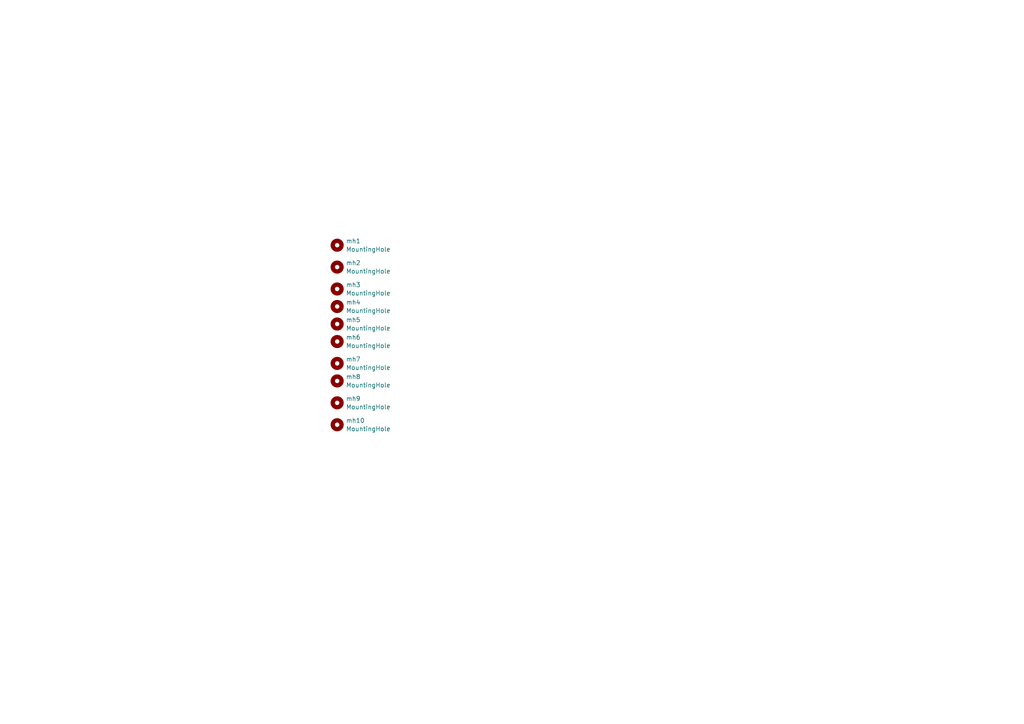
<source format=kicad_sch>
(kicad_sch
	(version 20231120)
	(generator "eeschema")
	(generator_version "8.0")
	(uuid "3d0bf811-6f02-412f-a961-a741cc805181")
	(paper "A4")
	(lib_symbols
		(symbol "Mechanical:MountingHole"
			(pin_names
				(offset 1.016)
			)
			(exclude_from_sim yes)
			(in_bom no)
			(on_board yes)
			(property "Reference" "H"
				(at 0 5.08 0)
				(effects
					(font
						(size 1.27 1.27)
					)
				)
			)
			(property "Value" "MountingHole"
				(at 0 3.175 0)
				(effects
					(font
						(size 1.27 1.27)
					)
				)
			)
			(property "Footprint" ""
				(at 0 0 0)
				(effects
					(font
						(size 1.27 1.27)
					)
					(hide yes)
				)
			)
			(property "Datasheet" "~"
				(at 0 0 0)
				(effects
					(font
						(size 1.27 1.27)
					)
					(hide yes)
				)
			)
			(property "Description" "Mounting Hole without connection"
				(at 0 0 0)
				(effects
					(font
						(size 1.27 1.27)
					)
					(hide yes)
				)
			)
			(property "ki_keywords" "mounting hole"
				(at 0 0 0)
				(effects
					(font
						(size 1.27 1.27)
					)
					(hide yes)
				)
			)
			(property "ki_fp_filters" "MountingHole*"
				(at 0 0 0)
				(effects
					(font
						(size 1.27 1.27)
					)
					(hide yes)
				)
			)
			(symbol "MountingHole_0_1"
				(circle
					(center 0 0)
					(radius 1.27)
					(stroke
						(width 1.27)
						(type default)
					)
					(fill
						(type none)
					)
				)
			)
		)
	)
	(symbol
		(lib_id "Mechanical:MountingHole")
		(at 97.79 99.06 0)
		(unit 1)
		(exclude_from_sim yes)
		(in_bom no)
		(on_board yes)
		(dnp no)
		(fields_autoplaced yes)
		(uuid "0384ac1f-737e-48f1-83ca-2d3247b1d41d")
		(property "Reference" "mh6"
			(at 100.33 97.8478 0)
			(effects
				(font
					(size 1.27 1.27)
				)
				(justify left)
			)
		)
		(property "Value" "MountingHole"
			(at 100.33 100.2721 0)
			(effects
				(font
					(size 1.27 1.27)
				)
				(justify left)
			)
		)
		(property "Footprint" "Library:PlasticInsert"
			(at 97.79 99.06 0)
			(effects
				(font
					(size 1.27 1.27)
				)
				(hide yes)
			)
		)
		(property "Datasheet" "~"
			(at 97.79 99.06 0)
			(effects
				(font
					(size 1.27 1.27)
				)
				(hide yes)
			)
		)
		(property "Description" "Mounting Hole without connection"
			(at 97.79 99.06 0)
			(effects
				(font
					(size 1.27 1.27)
				)
				(hide yes)
			)
		)
		(instances
			(project "ButtomIndicator"
				(path "/3d0bf811-6f02-412f-a961-a741cc805181"
					(reference "mh6")
					(unit 1)
				)
			)
		)
	)
	(symbol
		(lib_id "Mechanical:MountingHole")
		(at 97.79 71.12 0)
		(unit 1)
		(exclude_from_sim yes)
		(in_bom no)
		(on_board yes)
		(dnp no)
		(fields_autoplaced yes)
		(uuid "4f89fb1a-f9ef-4b8f-9cf0-33f4d665e424")
		(property "Reference" "mh1"
			(at 100.33 69.9078 0)
			(effects
				(font
					(size 1.27 1.27)
				)
				(justify left)
			)
		)
		(property "Value" "MountingHole"
			(at 100.33 72.3321 0)
			(effects
				(font
					(size 1.27 1.27)
				)
				(justify left)
			)
		)
		(property "Footprint" "Library:PlasticInsert"
			(at 97.79 71.12 0)
			(effects
				(font
					(size 1.27 1.27)
				)
				(hide yes)
			)
		)
		(property "Datasheet" "~"
			(at 97.79 71.12 0)
			(effects
				(font
					(size 1.27 1.27)
				)
				(hide yes)
			)
		)
		(property "Description" "Mounting Hole without connection"
			(at 97.79 71.12 0)
			(effects
				(font
					(size 1.27 1.27)
				)
				(hide yes)
			)
		)
		(instances
			(project ""
				(path "/3d0bf811-6f02-412f-a961-a741cc805181"
					(reference "mh1")
					(unit 1)
				)
			)
		)
	)
	(symbol
		(lib_id "Mechanical:MountingHole")
		(at 97.79 88.9 0)
		(unit 1)
		(exclude_from_sim yes)
		(in_bom no)
		(on_board yes)
		(dnp no)
		(fields_autoplaced yes)
		(uuid "7c644106-92aa-4c9b-a2f7-9e6821e64f78")
		(property "Reference" "mh4"
			(at 100.33 87.6878 0)
			(effects
				(font
					(size 1.27 1.27)
				)
				(justify left)
			)
		)
		(property "Value" "MountingHole"
			(at 100.33 90.1121 0)
			(effects
				(font
					(size 1.27 1.27)
				)
				(justify left)
			)
		)
		(property "Footprint" "Library:PlasticInsert"
			(at 97.79 88.9 0)
			(effects
				(font
					(size 1.27 1.27)
				)
				(hide yes)
			)
		)
		(property "Datasheet" "~"
			(at 97.79 88.9 0)
			(effects
				(font
					(size 1.27 1.27)
				)
				(hide yes)
			)
		)
		(property "Description" "Mounting Hole without connection"
			(at 97.79 88.9 0)
			(effects
				(font
					(size 1.27 1.27)
				)
				(hide yes)
			)
		)
		(instances
			(project "ButtomIndicator"
				(path "/3d0bf811-6f02-412f-a961-a741cc805181"
					(reference "mh4")
					(unit 1)
				)
			)
		)
	)
	(symbol
		(lib_id "Mechanical:MountingHole")
		(at 97.79 77.47 0)
		(unit 1)
		(exclude_from_sim yes)
		(in_bom no)
		(on_board yes)
		(dnp no)
		(fields_autoplaced yes)
		(uuid "87e97e4d-7576-4928-9162-b9e96f28abf0")
		(property "Reference" "mh2"
			(at 100.33 76.2578 0)
			(effects
				(font
					(size 1.27 1.27)
				)
				(justify left)
			)
		)
		(property "Value" "MountingHole"
			(at 100.33 78.6821 0)
			(effects
				(font
					(size 1.27 1.27)
				)
				(justify left)
			)
		)
		(property "Footprint" "Library:PlasticInsert"
			(at 97.79 77.47 0)
			(effects
				(font
					(size 1.27 1.27)
				)
				(hide yes)
			)
		)
		(property "Datasheet" "~"
			(at 97.79 77.47 0)
			(effects
				(font
					(size 1.27 1.27)
				)
				(hide yes)
			)
		)
		(property "Description" "Mounting Hole without connection"
			(at 97.79 77.47 0)
			(effects
				(font
					(size 1.27 1.27)
				)
				(hide yes)
			)
		)
		(instances
			(project "ButtomIndicator"
				(path "/3d0bf811-6f02-412f-a961-a741cc805181"
					(reference "mh2")
					(unit 1)
				)
			)
		)
	)
	(symbol
		(lib_id "Mechanical:MountingHole")
		(at 97.79 123.19 0)
		(unit 1)
		(exclude_from_sim yes)
		(in_bom no)
		(on_board yes)
		(dnp no)
		(fields_autoplaced yes)
		(uuid "956629e8-2a3b-478c-8f3f-c3349a7c9fa9")
		(property "Reference" "mh10"
			(at 100.33 121.9778 0)
			(effects
				(font
					(size 1.27 1.27)
				)
				(justify left)
			)
		)
		(property "Value" "MountingHole"
			(at 100.33 124.4021 0)
			(effects
				(font
					(size 1.27 1.27)
				)
				(justify left)
			)
		)
		(property "Footprint" "Library:PlasticInsert"
			(at 97.79 123.19 0)
			(effects
				(font
					(size 1.27 1.27)
				)
				(hide yes)
			)
		)
		(property "Datasheet" "~"
			(at 97.79 123.19 0)
			(effects
				(font
					(size 1.27 1.27)
				)
				(hide yes)
			)
		)
		(property "Description" "Mounting Hole without connection"
			(at 97.79 123.19 0)
			(effects
				(font
					(size 1.27 1.27)
				)
				(hide yes)
			)
		)
		(instances
			(project "ButtomIndicator"
				(path "/3d0bf811-6f02-412f-a961-a741cc805181"
					(reference "mh10")
					(unit 1)
				)
			)
		)
	)
	(symbol
		(lib_id "Mechanical:MountingHole")
		(at 97.79 93.98 0)
		(unit 1)
		(exclude_from_sim yes)
		(in_bom no)
		(on_board yes)
		(dnp no)
		(fields_autoplaced yes)
		(uuid "9bfb4297-c639-40cb-a41c-bd599e5a1cb5")
		(property "Reference" "mh5"
			(at 100.33 92.7678 0)
			(effects
				(font
					(size 1.27 1.27)
				)
				(justify left)
			)
		)
		(property "Value" "MountingHole"
			(at 100.33 95.1921 0)
			(effects
				(font
					(size 1.27 1.27)
				)
				(justify left)
			)
		)
		(property "Footprint" "Library:PlasticInsert"
			(at 97.79 93.98 0)
			(effects
				(font
					(size 1.27 1.27)
				)
				(hide yes)
			)
		)
		(property "Datasheet" "~"
			(at 97.79 93.98 0)
			(effects
				(font
					(size 1.27 1.27)
				)
				(hide yes)
			)
		)
		(property "Description" "Mounting Hole without connection"
			(at 97.79 93.98 0)
			(effects
				(font
					(size 1.27 1.27)
				)
				(hide yes)
			)
		)
		(instances
			(project "ButtomIndicator"
				(path "/3d0bf811-6f02-412f-a961-a741cc805181"
					(reference "mh5")
					(unit 1)
				)
			)
		)
	)
	(symbol
		(lib_id "Mechanical:MountingHole")
		(at 97.79 105.41 0)
		(unit 1)
		(exclude_from_sim yes)
		(in_bom no)
		(on_board yes)
		(dnp no)
		(fields_autoplaced yes)
		(uuid "c8269cfb-150a-4e6f-a46f-1671b5a4dc35")
		(property "Reference" "mh7"
			(at 100.33 104.1978 0)
			(effects
				(font
					(size 1.27 1.27)
				)
				(justify left)
			)
		)
		(property "Value" "MountingHole"
			(at 100.33 106.6221 0)
			(effects
				(font
					(size 1.27 1.27)
				)
				(justify left)
			)
		)
		(property "Footprint" "Library:PlasticInsert"
			(at 97.79 105.41 0)
			(effects
				(font
					(size 1.27 1.27)
				)
				(hide yes)
			)
		)
		(property "Datasheet" "~"
			(at 97.79 105.41 0)
			(effects
				(font
					(size 1.27 1.27)
				)
				(hide yes)
			)
		)
		(property "Description" "Mounting Hole without connection"
			(at 97.79 105.41 0)
			(effects
				(font
					(size 1.27 1.27)
				)
				(hide yes)
			)
		)
		(instances
			(project "ButtomIndicator"
				(path "/3d0bf811-6f02-412f-a961-a741cc805181"
					(reference "mh7")
					(unit 1)
				)
			)
		)
	)
	(symbol
		(lib_id "Mechanical:MountingHole")
		(at 97.79 116.84 0)
		(unit 1)
		(exclude_from_sim yes)
		(in_bom no)
		(on_board yes)
		(dnp no)
		(fields_autoplaced yes)
		(uuid "ee31ff57-d5ce-4935-b88d-86b11f5d73ad")
		(property "Reference" "mh9"
			(at 100.33 115.6278 0)
			(effects
				(font
					(size 1.27 1.27)
				)
				(justify left)
			)
		)
		(property "Value" "MountingHole"
			(at 100.33 118.0521 0)
			(effects
				(font
					(size 1.27 1.27)
				)
				(justify left)
			)
		)
		(property "Footprint" "Library:PlasticInsert"
			(at 97.79 116.84 0)
			(effects
				(font
					(size 1.27 1.27)
				)
				(hide yes)
			)
		)
		(property "Datasheet" "~"
			(at 97.79 116.84 0)
			(effects
				(font
					(size 1.27 1.27)
				)
				(hide yes)
			)
		)
		(property "Description" "Mounting Hole without connection"
			(at 97.79 116.84 0)
			(effects
				(font
					(size 1.27 1.27)
				)
				(hide yes)
			)
		)
		(instances
			(project "ButtomIndicator"
				(path "/3d0bf811-6f02-412f-a961-a741cc805181"
					(reference "mh9")
					(unit 1)
				)
			)
		)
	)
	(symbol
		(lib_id "Mechanical:MountingHole")
		(at 97.79 110.49 0)
		(unit 1)
		(exclude_from_sim yes)
		(in_bom no)
		(on_board yes)
		(dnp no)
		(fields_autoplaced yes)
		(uuid "f609cff9-e70f-4a93-b23f-3dc017215152")
		(property "Reference" "mh8"
			(at 100.33 109.2778 0)
			(effects
				(font
					(size 1.27 1.27)
				)
				(justify left)
			)
		)
		(property "Value" "MountingHole"
			(at 100.33 111.7021 0)
			(effects
				(font
					(size 1.27 1.27)
				)
				(justify left)
			)
		)
		(property "Footprint" "Library:PlasticInsert"
			(at 97.79 110.49 0)
			(effects
				(font
					(size 1.27 1.27)
				)
				(hide yes)
			)
		)
		(property "Datasheet" "~"
			(at 97.79 110.49 0)
			(effects
				(font
					(size 1.27 1.27)
				)
				(hide yes)
			)
		)
		(property "Description" "Mounting Hole without connection"
			(at 97.79 110.49 0)
			(effects
				(font
					(size 1.27 1.27)
				)
				(hide yes)
			)
		)
		(instances
			(project "ButtomIndicator"
				(path "/3d0bf811-6f02-412f-a961-a741cc805181"
					(reference "mh8")
					(unit 1)
				)
			)
		)
	)
	(symbol
		(lib_id "Mechanical:MountingHole")
		(at 97.79 83.82 0)
		(unit 1)
		(exclude_from_sim yes)
		(in_bom no)
		(on_board yes)
		(dnp no)
		(fields_autoplaced yes)
		(uuid "ff0782e0-fc15-403a-8f23-f887751b88ec")
		(property "Reference" "mh3"
			(at 100.33 82.6078 0)
			(effects
				(font
					(size 1.27 1.27)
				)
				(justify left)
			)
		)
		(property "Value" "MountingHole"
			(at 100.33 85.0321 0)
			(effects
				(font
					(size 1.27 1.27)
				)
				(justify left)
			)
		)
		(property "Footprint" "Library:PlasticInsert"
			(at 97.79 83.82 0)
			(effects
				(font
					(size 1.27 1.27)
				)
				(hide yes)
			)
		)
		(property "Datasheet" "~"
			(at 97.79 83.82 0)
			(effects
				(font
					(size 1.27 1.27)
				)
				(hide yes)
			)
		)
		(property "Description" "Mounting Hole without connection"
			(at 97.79 83.82 0)
			(effects
				(font
					(size 1.27 1.27)
				)
				(hide yes)
			)
		)
		(instances
			(project "ButtomIndicator"
				(path "/3d0bf811-6f02-412f-a961-a741cc805181"
					(reference "mh3")
					(unit 1)
				)
			)
		)
	)
	(sheet_instances
		(path "/"
			(page "1")
		)
	)
)

</source>
